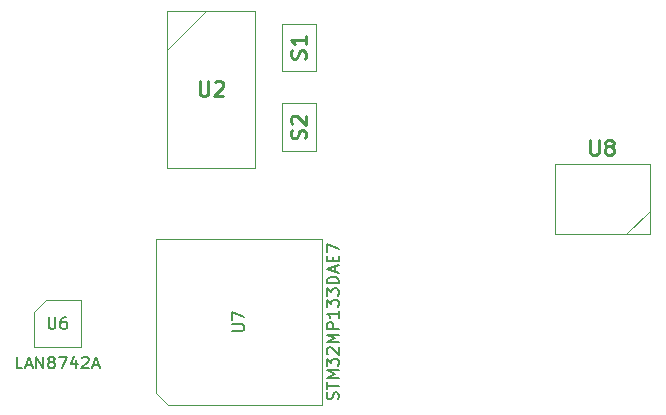
<source format=gbr>
%TF.GenerationSoftware,KiCad,Pcbnew,9.0.4-9.0.4-0~ubuntu24.04.1*%
%TF.CreationDate,2025-08-22T19:02:33+03:00*%
%TF.ProjectId,ThingsCore-1,5468696e-6773-4436-9f72-652d312e6b69,rev?*%
%TF.SameCoordinates,Original*%
%TF.FileFunction,AssemblyDrawing,Top*%
%FSLAX46Y46*%
G04 Gerber Fmt 4.6, Leading zero omitted, Abs format (unit mm)*
G04 Created by KiCad (PCBNEW 9.0.4-9.0.4-0~ubuntu24.04.1) date 2025-08-22 19:02:33*
%MOMM*%
%LPD*%
G01*
G04 APERTURE LIST*
%ADD10C,0.254000*%
%ADD11C,0.150000*%
%ADD12C,0.100000*%
G04 APERTURE END LIST*
D10*
X30782380Y-26804318D02*
X30782380Y-27832413D01*
X30782380Y-27832413D02*
X30842857Y-27953365D01*
X30842857Y-27953365D02*
X30903333Y-28013842D01*
X30903333Y-28013842D02*
X31024285Y-28074318D01*
X31024285Y-28074318D02*
X31266190Y-28074318D01*
X31266190Y-28074318D02*
X31387142Y-28013842D01*
X31387142Y-28013842D02*
X31447619Y-27953365D01*
X31447619Y-27953365D02*
X31508095Y-27832413D01*
X31508095Y-27832413D02*
X31508095Y-26804318D01*
X32052380Y-26925270D02*
X32112856Y-26864794D01*
X32112856Y-26864794D02*
X32233809Y-26804318D01*
X32233809Y-26804318D02*
X32536190Y-26804318D01*
X32536190Y-26804318D02*
X32657142Y-26864794D01*
X32657142Y-26864794D02*
X32717618Y-26925270D01*
X32717618Y-26925270D02*
X32778095Y-27046222D01*
X32778095Y-27046222D02*
X32778095Y-27167175D01*
X32778095Y-27167175D02*
X32717618Y-27348603D01*
X32717618Y-27348603D02*
X31991904Y-28074318D01*
X31991904Y-28074318D02*
X32778095Y-28074318D01*
D11*
X42507200Y-53747618D02*
X42554819Y-53604761D01*
X42554819Y-53604761D02*
X42554819Y-53366666D01*
X42554819Y-53366666D02*
X42507200Y-53271428D01*
X42507200Y-53271428D02*
X42459580Y-53223809D01*
X42459580Y-53223809D02*
X42364342Y-53176190D01*
X42364342Y-53176190D02*
X42269104Y-53176190D01*
X42269104Y-53176190D02*
X42173866Y-53223809D01*
X42173866Y-53223809D02*
X42126247Y-53271428D01*
X42126247Y-53271428D02*
X42078628Y-53366666D01*
X42078628Y-53366666D02*
X42031009Y-53557142D01*
X42031009Y-53557142D02*
X41983390Y-53652380D01*
X41983390Y-53652380D02*
X41935771Y-53699999D01*
X41935771Y-53699999D02*
X41840533Y-53747618D01*
X41840533Y-53747618D02*
X41745295Y-53747618D01*
X41745295Y-53747618D02*
X41650057Y-53699999D01*
X41650057Y-53699999D02*
X41602438Y-53652380D01*
X41602438Y-53652380D02*
X41554819Y-53557142D01*
X41554819Y-53557142D02*
X41554819Y-53319047D01*
X41554819Y-53319047D02*
X41602438Y-53176190D01*
X41554819Y-52890475D02*
X41554819Y-52319047D01*
X42554819Y-52604761D02*
X41554819Y-52604761D01*
X42554819Y-51985713D02*
X41554819Y-51985713D01*
X41554819Y-51985713D02*
X42269104Y-51652380D01*
X42269104Y-51652380D02*
X41554819Y-51319047D01*
X41554819Y-51319047D02*
X42554819Y-51319047D01*
X41554819Y-50938094D02*
X41554819Y-50319047D01*
X41554819Y-50319047D02*
X41935771Y-50652380D01*
X41935771Y-50652380D02*
X41935771Y-50509523D01*
X41935771Y-50509523D02*
X41983390Y-50414285D01*
X41983390Y-50414285D02*
X42031009Y-50366666D01*
X42031009Y-50366666D02*
X42126247Y-50319047D01*
X42126247Y-50319047D02*
X42364342Y-50319047D01*
X42364342Y-50319047D02*
X42459580Y-50366666D01*
X42459580Y-50366666D02*
X42507200Y-50414285D01*
X42507200Y-50414285D02*
X42554819Y-50509523D01*
X42554819Y-50509523D02*
X42554819Y-50795237D01*
X42554819Y-50795237D02*
X42507200Y-50890475D01*
X42507200Y-50890475D02*
X42459580Y-50938094D01*
X41650057Y-49938094D02*
X41602438Y-49890475D01*
X41602438Y-49890475D02*
X41554819Y-49795237D01*
X41554819Y-49795237D02*
X41554819Y-49557142D01*
X41554819Y-49557142D02*
X41602438Y-49461904D01*
X41602438Y-49461904D02*
X41650057Y-49414285D01*
X41650057Y-49414285D02*
X41745295Y-49366666D01*
X41745295Y-49366666D02*
X41840533Y-49366666D01*
X41840533Y-49366666D02*
X41983390Y-49414285D01*
X41983390Y-49414285D02*
X42554819Y-49985713D01*
X42554819Y-49985713D02*
X42554819Y-49366666D01*
X42554819Y-48938094D02*
X41554819Y-48938094D01*
X41554819Y-48938094D02*
X42269104Y-48604761D01*
X42269104Y-48604761D02*
X41554819Y-48271428D01*
X41554819Y-48271428D02*
X42554819Y-48271428D01*
X42554819Y-47795237D02*
X41554819Y-47795237D01*
X41554819Y-47795237D02*
X41554819Y-47414285D01*
X41554819Y-47414285D02*
X41602438Y-47319047D01*
X41602438Y-47319047D02*
X41650057Y-47271428D01*
X41650057Y-47271428D02*
X41745295Y-47223809D01*
X41745295Y-47223809D02*
X41888152Y-47223809D01*
X41888152Y-47223809D02*
X41983390Y-47271428D01*
X41983390Y-47271428D02*
X42031009Y-47319047D01*
X42031009Y-47319047D02*
X42078628Y-47414285D01*
X42078628Y-47414285D02*
X42078628Y-47795237D01*
X42554819Y-46271428D02*
X42554819Y-46842856D01*
X42554819Y-46557142D02*
X41554819Y-46557142D01*
X41554819Y-46557142D02*
X41697676Y-46652380D01*
X41697676Y-46652380D02*
X41792914Y-46747618D01*
X41792914Y-46747618D02*
X41840533Y-46842856D01*
X41554819Y-45938094D02*
X41554819Y-45319047D01*
X41554819Y-45319047D02*
X41935771Y-45652380D01*
X41935771Y-45652380D02*
X41935771Y-45509523D01*
X41935771Y-45509523D02*
X41983390Y-45414285D01*
X41983390Y-45414285D02*
X42031009Y-45366666D01*
X42031009Y-45366666D02*
X42126247Y-45319047D01*
X42126247Y-45319047D02*
X42364342Y-45319047D01*
X42364342Y-45319047D02*
X42459580Y-45366666D01*
X42459580Y-45366666D02*
X42507200Y-45414285D01*
X42507200Y-45414285D02*
X42554819Y-45509523D01*
X42554819Y-45509523D02*
X42554819Y-45795237D01*
X42554819Y-45795237D02*
X42507200Y-45890475D01*
X42507200Y-45890475D02*
X42459580Y-45938094D01*
X41554819Y-44985713D02*
X41554819Y-44366666D01*
X41554819Y-44366666D02*
X41935771Y-44699999D01*
X41935771Y-44699999D02*
X41935771Y-44557142D01*
X41935771Y-44557142D02*
X41983390Y-44461904D01*
X41983390Y-44461904D02*
X42031009Y-44414285D01*
X42031009Y-44414285D02*
X42126247Y-44366666D01*
X42126247Y-44366666D02*
X42364342Y-44366666D01*
X42364342Y-44366666D02*
X42459580Y-44414285D01*
X42459580Y-44414285D02*
X42507200Y-44461904D01*
X42507200Y-44461904D02*
X42554819Y-44557142D01*
X42554819Y-44557142D02*
X42554819Y-44842856D01*
X42554819Y-44842856D02*
X42507200Y-44938094D01*
X42507200Y-44938094D02*
X42459580Y-44985713D01*
X42554819Y-43938094D02*
X41554819Y-43938094D01*
X41554819Y-43938094D02*
X41554819Y-43699999D01*
X41554819Y-43699999D02*
X41602438Y-43557142D01*
X41602438Y-43557142D02*
X41697676Y-43461904D01*
X41697676Y-43461904D02*
X41792914Y-43414285D01*
X41792914Y-43414285D02*
X41983390Y-43366666D01*
X41983390Y-43366666D02*
X42126247Y-43366666D01*
X42126247Y-43366666D02*
X42316723Y-43414285D01*
X42316723Y-43414285D02*
X42411961Y-43461904D01*
X42411961Y-43461904D02*
X42507200Y-43557142D01*
X42507200Y-43557142D02*
X42554819Y-43699999D01*
X42554819Y-43699999D02*
X42554819Y-43938094D01*
X42269104Y-42985713D02*
X42269104Y-42509523D01*
X42554819Y-43080951D02*
X41554819Y-42747618D01*
X41554819Y-42747618D02*
X42554819Y-42414285D01*
X42031009Y-42080951D02*
X42031009Y-41747618D01*
X42554819Y-41604761D02*
X42554819Y-42080951D01*
X42554819Y-42080951D02*
X41554819Y-42080951D01*
X41554819Y-42080951D02*
X41554819Y-41604761D01*
X41554819Y-41271427D02*
X41554819Y-40604761D01*
X41554819Y-40604761D02*
X42554819Y-41033332D01*
X33554819Y-47961904D02*
X34364342Y-47961904D01*
X34364342Y-47961904D02*
X34459580Y-47914285D01*
X34459580Y-47914285D02*
X34507200Y-47866666D01*
X34507200Y-47866666D02*
X34554819Y-47771428D01*
X34554819Y-47771428D02*
X34554819Y-47580952D01*
X34554819Y-47580952D02*
X34507200Y-47485714D01*
X34507200Y-47485714D02*
X34459580Y-47438095D01*
X34459580Y-47438095D02*
X34364342Y-47390476D01*
X34364342Y-47390476D02*
X33554819Y-47390476D01*
X33554819Y-47009523D02*
X33554819Y-46342857D01*
X33554819Y-46342857D02*
X34554819Y-46771428D01*
D10*
X39713842Y-31667619D02*
X39774318Y-31486190D01*
X39774318Y-31486190D02*
X39774318Y-31183809D01*
X39774318Y-31183809D02*
X39713842Y-31062857D01*
X39713842Y-31062857D02*
X39653365Y-31002381D01*
X39653365Y-31002381D02*
X39532413Y-30941904D01*
X39532413Y-30941904D02*
X39411461Y-30941904D01*
X39411461Y-30941904D02*
X39290508Y-31002381D01*
X39290508Y-31002381D02*
X39230032Y-31062857D01*
X39230032Y-31062857D02*
X39169556Y-31183809D01*
X39169556Y-31183809D02*
X39109080Y-31425714D01*
X39109080Y-31425714D02*
X39048603Y-31546666D01*
X39048603Y-31546666D02*
X38988127Y-31607143D01*
X38988127Y-31607143D02*
X38867175Y-31667619D01*
X38867175Y-31667619D02*
X38746222Y-31667619D01*
X38746222Y-31667619D02*
X38625270Y-31607143D01*
X38625270Y-31607143D02*
X38564794Y-31546666D01*
X38564794Y-31546666D02*
X38504318Y-31425714D01*
X38504318Y-31425714D02*
X38504318Y-31123333D01*
X38504318Y-31123333D02*
X38564794Y-30941904D01*
X38625270Y-30458095D02*
X38564794Y-30397619D01*
X38564794Y-30397619D02*
X38504318Y-30276666D01*
X38504318Y-30276666D02*
X38504318Y-29974285D01*
X38504318Y-29974285D02*
X38564794Y-29853333D01*
X38564794Y-29853333D02*
X38625270Y-29792857D01*
X38625270Y-29792857D02*
X38746222Y-29732380D01*
X38746222Y-29732380D02*
X38867175Y-29732380D01*
X38867175Y-29732380D02*
X39048603Y-29792857D01*
X39048603Y-29792857D02*
X39774318Y-30518571D01*
X39774318Y-30518571D02*
X39774318Y-29732380D01*
D11*
X15773809Y-51134819D02*
X15297619Y-51134819D01*
X15297619Y-51134819D02*
X15297619Y-50134819D01*
X16059524Y-50849104D02*
X16535714Y-50849104D01*
X15964286Y-51134819D02*
X16297619Y-50134819D01*
X16297619Y-50134819D02*
X16630952Y-51134819D01*
X16964286Y-51134819D02*
X16964286Y-50134819D01*
X16964286Y-50134819D02*
X17535714Y-51134819D01*
X17535714Y-51134819D02*
X17535714Y-50134819D01*
X18154762Y-50563390D02*
X18059524Y-50515771D01*
X18059524Y-50515771D02*
X18011905Y-50468152D01*
X18011905Y-50468152D02*
X17964286Y-50372914D01*
X17964286Y-50372914D02*
X17964286Y-50325295D01*
X17964286Y-50325295D02*
X18011905Y-50230057D01*
X18011905Y-50230057D02*
X18059524Y-50182438D01*
X18059524Y-50182438D02*
X18154762Y-50134819D01*
X18154762Y-50134819D02*
X18345238Y-50134819D01*
X18345238Y-50134819D02*
X18440476Y-50182438D01*
X18440476Y-50182438D02*
X18488095Y-50230057D01*
X18488095Y-50230057D02*
X18535714Y-50325295D01*
X18535714Y-50325295D02*
X18535714Y-50372914D01*
X18535714Y-50372914D02*
X18488095Y-50468152D01*
X18488095Y-50468152D02*
X18440476Y-50515771D01*
X18440476Y-50515771D02*
X18345238Y-50563390D01*
X18345238Y-50563390D02*
X18154762Y-50563390D01*
X18154762Y-50563390D02*
X18059524Y-50611009D01*
X18059524Y-50611009D02*
X18011905Y-50658628D01*
X18011905Y-50658628D02*
X17964286Y-50753866D01*
X17964286Y-50753866D02*
X17964286Y-50944342D01*
X17964286Y-50944342D02*
X18011905Y-51039580D01*
X18011905Y-51039580D02*
X18059524Y-51087200D01*
X18059524Y-51087200D02*
X18154762Y-51134819D01*
X18154762Y-51134819D02*
X18345238Y-51134819D01*
X18345238Y-51134819D02*
X18440476Y-51087200D01*
X18440476Y-51087200D02*
X18488095Y-51039580D01*
X18488095Y-51039580D02*
X18535714Y-50944342D01*
X18535714Y-50944342D02*
X18535714Y-50753866D01*
X18535714Y-50753866D02*
X18488095Y-50658628D01*
X18488095Y-50658628D02*
X18440476Y-50611009D01*
X18440476Y-50611009D02*
X18345238Y-50563390D01*
X18869048Y-50134819D02*
X19535714Y-50134819D01*
X19535714Y-50134819D02*
X19107143Y-51134819D01*
X20345238Y-50468152D02*
X20345238Y-51134819D01*
X20107143Y-50087200D02*
X19869048Y-50801485D01*
X19869048Y-50801485D02*
X20488095Y-50801485D01*
X20821429Y-50230057D02*
X20869048Y-50182438D01*
X20869048Y-50182438D02*
X20964286Y-50134819D01*
X20964286Y-50134819D02*
X21202381Y-50134819D01*
X21202381Y-50134819D02*
X21297619Y-50182438D01*
X21297619Y-50182438D02*
X21345238Y-50230057D01*
X21345238Y-50230057D02*
X21392857Y-50325295D01*
X21392857Y-50325295D02*
X21392857Y-50420533D01*
X21392857Y-50420533D02*
X21345238Y-50563390D01*
X21345238Y-50563390D02*
X20773810Y-51134819D01*
X20773810Y-51134819D02*
X21392857Y-51134819D01*
X21773810Y-50849104D02*
X22250000Y-50849104D01*
X21678572Y-51134819D02*
X22011905Y-50134819D01*
X22011905Y-50134819D02*
X22345238Y-51134819D01*
X17988095Y-46804819D02*
X17988095Y-47614342D01*
X17988095Y-47614342D02*
X18035714Y-47709580D01*
X18035714Y-47709580D02*
X18083333Y-47757200D01*
X18083333Y-47757200D02*
X18178571Y-47804819D01*
X18178571Y-47804819D02*
X18369047Y-47804819D01*
X18369047Y-47804819D02*
X18464285Y-47757200D01*
X18464285Y-47757200D02*
X18511904Y-47709580D01*
X18511904Y-47709580D02*
X18559523Y-47614342D01*
X18559523Y-47614342D02*
X18559523Y-46804819D01*
X19464285Y-46804819D02*
X19273809Y-46804819D01*
X19273809Y-46804819D02*
X19178571Y-46852438D01*
X19178571Y-46852438D02*
X19130952Y-46900057D01*
X19130952Y-46900057D02*
X19035714Y-47042914D01*
X19035714Y-47042914D02*
X18988095Y-47233390D01*
X18988095Y-47233390D02*
X18988095Y-47614342D01*
X18988095Y-47614342D02*
X19035714Y-47709580D01*
X19035714Y-47709580D02*
X19083333Y-47757200D01*
X19083333Y-47757200D02*
X19178571Y-47804819D01*
X19178571Y-47804819D02*
X19369047Y-47804819D01*
X19369047Y-47804819D02*
X19464285Y-47757200D01*
X19464285Y-47757200D02*
X19511904Y-47709580D01*
X19511904Y-47709580D02*
X19559523Y-47614342D01*
X19559523Y-47614342D02*
X19559523Y-47376247D01*
X19559523Y-47376247D02*
X19511904Y-47281009D01*
X19511904Y-47281009D02*
X19464285Y-47233390D01*
X19464285Y-47233390D02*
X19369047Y-47185771D01*
X19369047Y-47185771D02*
X19178571Y-47185771D01*
X19178571Y-47185771D02*
X19083333Y-47233390D01*
X19083333Y-47233390D02*
X19035714Y-47281009D01*
X19035714Y-47281009D02*
X18988095Y-47376247D01*
D10*
X63832380Y-31804318D02*
X63832380Y-32832413D01*
X63832380Y-32832413D02*
X63892857Y-32953365D01*
X63892857Y-32953365D02*
X63953333Y-33013842D01*
X63953333Y-33013842D02*
X64074285Y-33074318D01*
X64074285Y-33074318D02*
X64316190Y-33074318D01*
X64316190Y-33074318D02*
X64437142Y-33013842D01*
X64437142Y-33013842D02*
X64497619Y-32953365D01*
X64497619Y-32953365D02*
X64558095Y-32832413D01*
X64558095Y-32832413D02*
X64558095Y-31804318D01*
X65344285Y-32348603D02*
X65223333Y-32288127D01*
X65223333Y-32288127D02*
X65162856Y-32227651D01*
X65162856Y-32227651D02*
X65102380Y-32106699D01*
X65102380Y-32106699D02*
X65102380Y-32046222D01*
X65102380Y-32046222D02*
X65162856Y-31925270D01*
X65162856Y-31925270D02*
X65223333Y-31864794D01*
X65223333Y-31864794D02*
X65344285Y-31804318D01*
X65344285Y-31804318D02*
X65586190Y-31804318D01*
X65586190Y-31804318D02*
X65707142Y-31864794D01*
X65707142Y-31864794D02*
X65767618Y-31925270D01*
X65767618Y-31925270D02*
X65828095Y-32046222D01*
X65828095Y-32046222D02*
X65828095Y-32106699D01*
X65828095Y-32106699D02*
X65767618Y-32227651D01*
X65767618Y-32227651D02*
X65707142Y-32288127D01*
X65707142Y-32288127D02*
X65586190Y-32348603D01*
X65586190Y-32348603D02*
X65344285Y-32348603D01*
X65344285Y-32348603D02*
X65223333Y-32409080D01*
X65223333Y-32409080D02*
X65162856Y-32469556D01*
X65162856Y-32469556D02*
X65102380Y-32590508D01*
X65102380Y-32590508D02*
X65102380Y-32832413D01*
X65102380Y-32832413D02*
X65162856Y-32953365D01*
X65162856Y-32953365D02*
X65223333Y-33013842D01*
X65223333Y-33013842D02*
X65344285Y-33074318D01*
X65344285Y-33074318D02*
X65586190Y-33074318D01*
X65586190Y-33074318D02*
X65707142Y-33013842D01*
X65707142Y-33013842D02*
X65767618Y-32953365D01*
X65767618Y-32953365D02*
X65828095Y-32832413D01*
X65828095Y-32832413D02*
X65828095Y-32590508D01*
X65828095Y-32590508D02*
X65767618Y-32469556D01*
X65767618Y-32469556D02*
X65707142Y-32409080D01*
X65707142Y-32409080D02*
X65586190Y-32348603D01*
X39713842Y-24917619D02*
X39774318Y-24736190D01*
X39774318Y-24736190D02*
X39774318Y-24433809D01*
X39774318Y-24433809D02*
X39713842Y-24312857D01*
X39713842Y-24312857D02*
X39653365Y-24252381D01*
X39653365Y-24252381D02*
X39532413Y-24191904D01*
X39532413Y-24191904D02*
X39411461Y-24191904D01*
X39411461Y-24191904D02*
X39290508Y-24252381D01*
X39290508Y-24252381D02*
X39230032Y-24312857D01*
X39230032Y-24312857D02*
X39169556Y-24433809D01*
X39169556Y-24433809D02*
X39109080Y-24675714D01*
X39109080Y-24675714D02*
X39048603Y-24796666D01*
X39048603Y-24796666D02*
X38988127Y-24857143D01*
X38988127Y-24857143D02*
X38867175Y-24917619D01*
X38867175Y-24917619D02*
X38746222Y-24917619D01*
X38746222Y-24917619D02*
X38625270Y-24857143D01*
X38625270Y-24857143D02*
X38564794Y-24796666D01*
X38564794Y-24796666D02*
X38504318Y-24675714D01*
X38504318Y-24675714D02*
X38504318Y-24373333D01*
X38504318Y-24373333D02*
X38564794Y-24191904D01*
X39774318Y-22982380D02*
X39774318Y-23708095D01*
X39774318Y-23345238D02*
X38504318Y-23345238D01*
X38504318Y-23345238D02*
X38685746Y-23466190D01*
X38685746Y-23466190D02*
X38806699Y-23587142D01*
X38806699Y-23587142D02*
X38867175Y-23708095D01*
D12*
%TO.C,U2*%
X28000000Y-20850000D02*
X35500000Y-20850000D01*
X28000000Y-24200000D02*
X31350000Y-20850000D01*
X28000000Y-34150000D02*
X28000000Y-20850000D01*
X35500000Y-20850000D02*
X35500000Y-34150000D01*
X35500000Y-34150000D02*
X28000000Y-34150000D01*
%TO.C,U7*%
X27100000Y-40200000D02*
X41100000Y-40200000D01*
X27100000Y-53200000D02*
X27100000Y-40200000D01*
X28100000Y-54200000D02*
X27100000Y-53200000D01*
X41100000Y-40200000D02*
X41100000Y-54200000D01*
X41100000Y-54200000D02*
X28100000Y-54200000D01*
%TO.C,S2*%
X37750000Y-28700000D02*
X40650000Y-28700000D01*
X37750000Y-32700000D02*
X37750000Y-28700000D01*
X40650000Y-28700000D02*
X40650000Y-32700000D01*
X40650000Y-32700000D02*
X37750000Y-32700000D01*
%TO.C,U6*%
X20750000Y-49350000D02*
X16750000Y-49350000D01*
X16750000Y-46350000D01*
X17750000Y-45350000D01*
X20750000Y-45350000D01*
X20750000Y-49350000D01*
%TO.C,U8*%
X60900000Y-33800000D02*
X68900000Y-33800000D01*
X60900000Y-39800000D02*
X60900000Y-33800000D01*
X68900000Y-33800000D02*
X68900000Y-39800000D01*
X68900000Y-37800000D02*
X66900000Y-39800000D01*
X68900000Y-39800000D02*
X60900000Y-39800000D01*
%TO.C,S1*%
X37750000Y-21950000D02*
X40650000Y-21950000D01*
X37750000Y-25950000D02*
X37750000Y-21950000D01*
X40650000Y-21950000D02*
X40650000Y-25950000D01*
X40650000Y-25950000D02*
X37750000Y-25950000D01*
%TD*%
M02*

</source>
